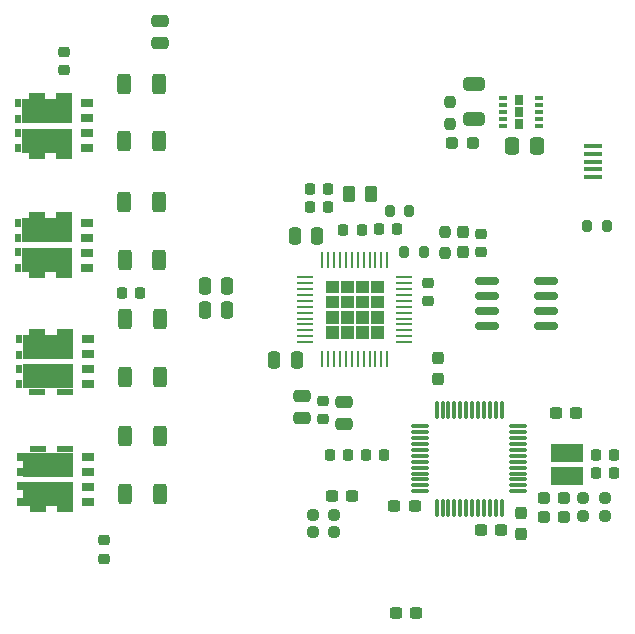
<source format=gbr>
%TF.GenerationSoftware,KiCad,Pcbnew,8.0.6*%
%TF.CreationDate,2025-12-29T11:58:40+02:00*%
%TF.ProjectId,TMCM_1260_alternative,544d434d-5f31-4323-9630-5f616c746572,rev?*%
%TF.SameCoordinates,Original*%
%TF.FileFunction,Paste,Top*%
%TF.FilePolarity,Positive*%
%FSLAX46Y46*%
G04 Gerber Fmt 4.6, Leading zero omitted, Abs format (unit mm)*
G04 Created by KiCad (PCBNEW 8.0.6) date 2025-12-29 11:58:40*
%MOMM*%
%LPD*%
G01*
G04 APERTURE LIST*
G04 Aperture macros list*
%AMRoundRect*
0 Rectangle with rounded corners*
0 $1 Rounding radius*
0 $2 $3 $4 $5 $6 $7 $8 $9 X,Y pos of 4 corners*
0 Add a 4 corners polygon primitive as box body*
4,1,4,$2,$3,$4,$5,$6,$7,$8,$9,$2,$3,0*
0 Add four circle primitives for the rounded corners*
1,1,$1+$1,$2,$3*
1,1,$1+$1,$4,$5*
1,1,$1+$1,$6,$7*
1,1,$1+$1,$8,$9*
0 Add four rect primitives between the rounded corners*
20,1,$1+$1,$2,$3,$4,$5,0*
20,1,$1+$1,$4,$5,$6,$7,0*
20,1,$1+$1,$6,$7,$8,$9,0*
20,1,$1+$1,$8,$9,$2,$3,0*%
G04 Aperture macros list end*
%ADD10C,0.000000*%
%ADD11RoundRect,0.250000X0.250000X0.475000X-0.250000X0.475000X-0.250000X-0.475000X0.250000X-0.475000X0*%
%ADD12RoundRect,0.237500X0.237500X-0.300000X0.237500X0.300000X-0.237500X0.300000X-0.237500X-0.300000X0*%
%ADD13R,2.700000X1.500000*%
%ADD14RoundRect,0.250000X0.312500X0.625000X-0.312500X0.625000X-0.312500X-0.625000X0.312500X-0.625000X0*%
%ADD15RoundRect,0.237500X0.250000X0.237500X-0.250000X0.237500X-0.250000X-0.237500X0.250000X-0.237500X0*%
%ADD16RoundRect,0.225000X-0.225000X-0.250000X0.225000X-0.250000X0.225000X0.250000X-0.225000X0.250000X0*%
%ADD17RoundRect,0.237500X-0.237500X0.300000X-0.237500X-0.300000X0.237500X-0.300000X0.237500X0.300000X0*%
%ADD18RoundRect,0.237500X-0.287500X-0.237500X0.287500X-0.237500X0.287500X0.237500X-0.287500X0.237500X0*%
%ADD19RoundRect,0.225000X0.250000X-0.225000X0.250000X0.225000X-0.250000X0.225000X-0.250000X-0.225000X0*%
%ADD20R,1.500000X0.450000*%
%ADD21R,4.280000X2.080000*%
%ADD22R,1.400000X0.495000*%
%ADD23R,0.560000X0.750000*%
%ADD24R,1.000000X0.750000*%
%ADD25RoundRect,0.225000X-0.250000X0.225000X-0.250000X-0.225000X0.250000X-0.225000X0.250000X0.225000X0*%
%ADD26RoundRect,0.237500X-0.300000X-0.237500X0.300000X-0.237500X0.300000X0.237500X-0.300000X0.237500X0*%
%ADD27RoundRect,0.250000X0.475000X-0.250000X0.475000X0.250000X-0.475000X0.250000X-0.475000X-0.250000X0*%
%ADD28RoundRect,0.250000X0.650000X-0.325000X0.650000X0.325000X-0.650000X0.325000X-0.650000X-0.325000X0*%
%ADD29RoundRect,0.237500X0.300000X0.237500X-0.300000X0.237500X-0.300000X-0.237500X0.300000X-0.237500X0*%
%ADD30RoundRect,0.150000X-0.825000X-0.150000X0.825000X-0.150000X0.825000X0.150000X-0.825000X0.150000X0*%
%ADD31RoundRect,0.075000X0.662500X0.075000X-0.662500X0.075000X-0.662500X-0.075000X0.662500X-0.075000X0*%
%ADD32RoundRect,0.075000X0.075000X0.662500X-0.075000X0.662500X-0.075000X-0.662500X0.075000X-0.662500X0*%
%ADD33RoundRect,0.237500X0.237500X-0.250000X0.237500X0.250000X-0.237500X0.250000X-0.237500X-0.250000X0*%
%ADD34R,0.750001X0.399999*%
%ADD35RoundRect,0.225000X0.225000X0.250000X-0.225000X0.250000X-0.225000X-0.250000X0.225000X-0.250000X0*%
%ADD36RoundRect,0.250000X0.337500X0.475000X-0.337500X0.475000X-0.337500X-0.475000X0.337500X-0.475000X0*%
%ADD37RoundRect,0.237500X0.287500X0.237500X-0.287500X0.237500X-0.287500X-0.237500X0.287500X-0.237500X0*%
%ADD38RoundRect,0.200000X0.200000X0.275000X-0.200000X0.275000X-0.200000X-0.275000X0.200000X-0.275000X0*%
%ADD39RoundRect,0.200000X-0.200000X-0.275000X0.200000X-0.275000X0.200000X0.275000X-0.200000X0.275000X0*%
%ADD40RoundRect,0.250000X-0.475000X0.250000X-0.475000X-0.250000X0.475000X-0.250000X0.475000X0.250000X0*%
%ADD41RoundRect,0.250000X-0.262500X-0.450000X0.262500X-0.450000X0.262500X0.450000X-0.262500X0.450000X0*%
%ADD42RoundRect,0.237500X-0.250000X-0.237500X0.250000X-0.237500X0.250000X0.237500X-0.250000X0.237500X0*%
%ADD43R,0.279400X1.346200*%
%ADD44R,1.346200X0.279400*%
G04 APERTURE END LIST*
D10*
%TO.C,U1*%
G36*
X121060059Y-83856441D02*
G01*
X121069251Y-83859230D01*
X121077722Y-83863759D01*
X121085146Y-83869852D01*
X121091240Y-83877277D01*
X121095769Y-83885748D01*
X121098558Y-83894940D01*
X121099500Y-83904501D01*
X121099500Y-84639500D01*
X121098558Y-84649061D01*
X121095769Y-84658253D01*
X121091240Y-84666724D01*
X121085146Y-84674149D01*
X121077722Y-84680242D01*
X121069251Y-84684771D01*
X121060059Y-84687560D01*
X121050498Y-84688500D01*
X120448498Y-84688500D01*
X120438937Y-84687560D01*
X120429745Y-84684771D01*
X120421274Y-84680242D01*
X120413850Y-84674149D01*
X120407756Y-84666724D01*
X120403227Y-84658253D01*
X120400439Y-84649061D01*
X120399499Y-84639500D01*
X120399499Y-83904501D01*
X120400439Y-83894940D01*
X120403227Y-83885748D01*
X120407756Y-83877277D01*
X120413850Y-83869852D01*
X120421274Y-83863759D01*
X120429745Y-83859230D01*
X120438937Y-83856441D01*
X120448498Y-83855499D01*
X121050498Y-83855499D01*
X121060059Y-83856441D01*
G37*
G36*
X121060059Y-82826441D02*
G01*
X121069251Y-82829230D01*
X121077722Y-82833758D01*
X121085146Y-82839852D01*
X121091240Y-82847276D01*
X121095769Y-82855747D01*
X121098558Y-82864940D01*
X121099500Y-82874500D01*
X121099500Y-83609500D01*
X121098558Y-83619060D01*
X121095769Y-83628253D01*
X121091240Y-83636724D01*
X121085146Y-83644148D01*
X121077722Y-83650242D01*
X121069251Y-83654770D01*
X121060059Y-83657559D01*
X121050498Y-83658499D01*
X120448498Y-83658499D01*
X120438937Y-83657559D01*
X120429745Y-83654770D01*
X120421274Y-83650242D01*
X120413850Y-83644148D01*
X120407756Y-83636724D01*
X120403227Y-83628253D01*
X120400439Y-83619060D01*
X120399499Y-83609500D01*
X120399499Y-82874500D01*
X120400439Y-82864940D01*
X120403227Y-82855747D01*
X120407756Y-82847276D01*
X120413850Y-82839852D01*
X120421274Y-82833758D01*
X120429745Y-82829230D01*
X120438937Y-82826441D01*
X120448498Y-82825501D01*
X121050498Y-82825501D01*
X121060059Y-82826441D01*
G37*
G36*
X121060059Y-81796440D02*
G01*
X121069251Y-81799229D01*
X121077722Y-81803758D01*
X121085146Y-81809851D01*
X121091240Y-81817276D01*
X121095769Y-81825747D01*
X121098558Y-81834939D01*
X121099500Y-81844500D01*
X121099500Y-82579499D01*
X121098558Y-82589060D01*
X121095769Y-82598252D01*
X121091240Y-82606723D01*
X121085146Y-82614148D01*
X121077722Y-82620241D01*
X121069251Y-82624770D01*
X121060059Y-82627559D01*
X121050498Y-82628501D01*
X120448498Y-82628501D01*
X120438937Y-82627559D01*
X120429745Y-82624770D01*
X120421274Y-82620241D01*
X120413850Y-82614148D01*
X120407756Y-82606723D01*
X120403227Y-82598252D01*
X120400439Y-82589060D01*
X120399499Y-82579499D01*
X120399499Y-81844500D01*
X120400439Y-81834939D01*
X120403227Y-81825747D01*
X120407756Y-81817276D01*
X120413850Y-81809851D01*
X120421274Y-81803758D01*
X120429745Y-81799229D01*
X120438937Y-81796440D01*
X120448498Y-81795500D01*
X121050498Y-81795500D01*
X121060059Y-81796440D01*
G37*
%TO.C,U4*%
G36*
X105474150Y-98622441D02*
G01*
X104397800Y-98622441D01*
X104397800Y-97546091D01*
X105474150Y-97546091D01*
X105474150Y-98622441D01*
G37*
G36*
X105474150Y-99898791D02*
G01*
X104397800Y-99898791D01*
X104397800Y-98822441D01*
X105474150Y-98822441D01*
X105474150Y-99898791D01*
G37*
G36*
X105474150Y-101175141D02*
G01*
X104397800Y-101175141D01*
X104397800Y-100098791D01*
X105474150Y-100098791D01*
X105474150Y-101175141D01*
G37*
G36*
X105474150Y-102451491D02*
G01*
X104397800Y-102451491D01*
X104397800Y-101375141D01*
X105474150Y-101375141D01*
X105474150Y-102451491D01*
G37*
G36*
X106750500Y-98622441D02*
G01*
X105674150Y-98622441D01*
X105674150Y-97546091D01*
X106750500Y-97546091D01*
X106750500Y-98622441D01*
G37*
G36*
X106750500Y-99898791D02*
G01*
X105674150Y-99898791D01*
X105674150Y-98822441D01*
X106750500Y-98822441D01*
X106750500Y-99898791D01*
G37*
G36*
X106750500Y-101175141D02*
G01*
X105674150Y-101175141D01*
X105674150Y-100098791D01*
X106750500Y-100098791D01*
X106750500Y-101175141D01*
G37*
G36*
X106750500Y-102451491D02*
G01*
X105674150Y-102451491D01*
X105674150Y-101375141D01*
X106750500Y-101375141D01*
X106750500Y-102451491D01*
G37*
G36*
X108026850Y-98622441D02*
G01*
X106950500Y-98622441D01*
X106950500Y-97546091D01*
X108026850Y-97546091D01*
X108026850Y-98622441D01*
G37*
G36*
X108026850Y-99898791D02*
G01*
X106950500Y-99898791D01*
X106950500Y-98822441D01*
X108026850Y-98822441D01*
X108026850Y-99898791D01*
G37*
G36*
X108026850Y-101175141D02*
G01*
X106950500Y-101175141D01*
X106950500Y-100098791D01*
X108026850Y-100098791D01*
X108026850Y-101175141D01*
G37*
G36*
X108026850Y-102451491D02*
G01*
X106950500Y-102451491D01*
X106950500Y-101375141D01*
X108026850Y-101375141D01*
X108026850Y-102451491D01*
G37*
G36*
X109303200Y-98622441D02*
G01*
X108226850Y-98622441D01*
X108226850Y-97546091D01*
X109303200Y-97546091D01*
X109303200Y-98622441D01*
G37*
G36*
X109303200Y-99898791D02*
G01*
X108226850Y-99898791D01*
X108226850Y-98822441D01*
X109303200Y-98822441D01*
X109303200Y-99898791D01*
G37*
G36*
X109303200Y-101175141D02*
G01*
X108226850Y-101175141D01*
X108226850Y-100098791D01*
X109303200Y-100098791D01*
X109303200Y-101175141D01*
G37*
G36*
X109303200Y-102451491D02*
G01*
X108226850Y-102451491D01*
X108226850Y-101375141D01*
X109303200Y-101375141D01*
X109303200Y-102451491D01*
G37*
%TD*%
D11*
%TO.C,C15*%
X103693000Y-93776800D03*
X101793000Y-93776800D03*
%TD*%
D12*
%TO.C,C8*%
X115976400Y-95147300D03*
X115976400Y-93422300D03*
%TD*%
D13*
%TO.C,Y1*%
X124790200Y-114041000D03*
X124790200Y-112141000D03*
%TD*%
D14*
%TO.C,R10*%
X90337100Y-105714800D03*
X87412100Y-105714800D03*
%TD*%
D15*
%TO.C,R34*%
X105130600Y-118846600D03*
X103305600Y-118846600D03*
%TD*%
D16*
%TO.C,C29*%
X108864000Y-93192200D03*
X110414000Y-93192200D03*
%TD*%
%TO.C,C19*%
X87109000Y-98628200D03*
X88659000Y-98628200D03*
%TD*%
D17*
%TO.C,C37*%
X120904000Y-117247500D03*
X120904000Y-118972500D03*
%TD*%
D18*
%TO.C,D2*%
X122834400Y-117551200D03*
X124584400Y-117551200D03*
%TD*%
D19*
%TO.C,C20*%
X82245200Y-79743600D03*
X82245200Y-78193600D03*
%TD*%
D15*
%TO.C,R35*%
X105105200Y-117348000D03*
X103280200Y-117348000D03*
%TD*%
D20*
%TO.C,J5*%
X127021400Y-88758200D03*
X127021400Y-88108200D03*
X127021400Y-87458200D03*
X127021400Y-86808200D03*
X127021400Y-86158200D03*
%TD*%
D21*
%TO.C,Q1*%
X80911600Y-115595600D03*
X80911600Y-113115600D03*
D22*
X80051600Y-111828600D03*
X82351600Y-111828600D03*
X82351600Y-116882600D03*
X80051600Y-116882600D03*
D23*
X78491600Y-116260600D03*
X78491600Y-114930600D03*
X78491600Y-113780600D03*
X78491600Y-112450600D03*
D24*
X84300600Y-112450600D03*
X84300600Y-113720600D03*
X84300600Y-114990600D03*
X84300600Y-116260600D03*
%TD*%
D25*
%TO.C,C17*%
X85623400Y-121069400D03*
X85623400Y-119519400D03*
%TD*%
D16*
%TO.C,C16*%
X107784600Y-112344200D03*
X109334600Y-112344200D03*
%TD*%
D26*
%TO.C,C38*%
X104928500Y-115798600D03*
X106653500Y-115798600D03*
%TD*%
%TO.C,C4*%
X110312200Y-125704600D03*
X112037200Y-125704600D03*
%TD*%
D11*
%TO.C,C13*%
X96073000Y-97993200D03*
X94173000Y-97993200D03*
%TD*%
D27*
%TO.C,C21*%
X90347800Y-77429400D03*
X90347800Y-75529400D03*
%TD*%
D18*
%TO.C,D3*%
X122834400Y-115925600D03*
X124584400Y-115925600D03*
%TD*%
D28*
%TO.C,C1*%
X116912300Y-83847200D03*
X116912300Y-80897200D03*
%TD*%
D29*
%TO.C,C10*%
X111936700Y-116611400D03*
X110211700Y-116611400D03*
%TD*%
D16*
%TO.C,C32*%
X105879600Y-93218000D03*
X107429600Y-93218000D03*
%TD*%
D30*
%TO.C,U3*%
X118073400Y-97550200D03*
X118073400Y-98820200D03*
X118073400Y-100090200D03*
X118073400Y-101360200D03*
X123023400Y-101360200D03*
X123023400Y-100090200D03*
X123023400Y-98820200D03*
X123023400Y-97550200D03*
%TD*%
D12*
%TO.C,C11*%
X113919000Y-105840700D03*
X113919000Y-104115700D03*
%TD*%
D14*
%TO.C,R9*%
X90337100Y-110718600D03*
X87412100Y-110718600D03*
%TD*%
D31*
%TO.C,U2*%
X120697700Y-115373600D03*
X120697700Y-114873600D03*
X120697700Y-114373600D03*
X120697700Y-113873600D03*
X120697700Y-113373600D03*
X120697700Y-112873600D03*
X120697700Y-112373600D03*
X120697700Y-111873600D03*
X120697700Y-111373600D03*
X120697700Y-110873600D03*
X120697700Y-110373600D03*
X120697700Y-109873600D03*
D32*
X119285200Y-108461100D03*
X118785200Y-108461100D03*
X118285200Y-108461100D03*
X117785200Y-108461100D03*
X117285200Y-108461100D03*
X116785200Y-108461100D03*
X116285200Y-108461100D03*
X115785200Y-108461100D03*
X115285200Y-108461100D03*
X114785200Y-108461100D03*
X114285200Y-108461100D03*
X113785200Y-108461100D03*
D31*
X112372700Y-109873600D03*
X112372700Y-110373600D03*
X112372700Y-110873600D03*
X112372700Y-111373600D03*
X112372700Y-111873600D03*
X112372700Y-112373600D03*
X112372700Y-112873600D03*
X112372700Y-113373600D03*
X112372700Y-113873600D03*
X112372700Y-114373600D03*
X112372700Y-114873600D03*
X112372700Y-115373600D03*
D32*
X113785200Y-116786100D03*
X114285200Y-116786100D03*
X114785200Y-116786100D03*
X115285200Y-116786100D03*
X115785200Y-116786100D03*
X116285200Y-116786100D03*
X116785200Y-116786100D03*
X117285200Y-116786100D03*
X117785200Y-116786100D03*
X118285200Y-116786100D03*
X118785200Y-116786100D03*
X119285200Y-116786100D03*
%TD*%
D14*
%TO.C,R11*%
X90337100Y-100761800D03*
X87412100Y-100761800D03*
%TD*%
D21*
%TO.C,Q3*%
X80793800Y-95765800D03*
X80793800Y-93285800D03*
D22*
X79933800Y-91998800D03*
X82233800Y-91998800D03*
X82233800Y-97052800D03*
X79933800Y-97052800D03*
D23*
X78373800Y-96430800D03*
X78373800Y-95100800D03*
X78373800Y-93950800D03*
X78373800Y-92620800D03*
D24*
X84182800Y-92620800D03*
X84182800Y-93890800D03*
X84182800Y-95160800D03*
X84182800Y-96430800D03*
%TD*%
D16*
%TO.C,C30*%
X103060200Y-89814400D03*
X104610200Y-89814400D03*
%TD*%
D14*
%TO.C,R19*%
X90260900Y-90906600D03*
X87335900Y-90906600D03*
%TD*%
D21*
%TO.C,Q2*%
X80844600Y-105646400D03*
X80844600Y-103166400D03*
D22*
X79984600Y-101879400D03*
X82284600Y-101879400D03*
X82284600Y-106933400D03*
X79984600Y-106933400D03*
D23*
X78424600Y-106311400D03*
X78424600Y-104981400D03*
X78424600Y-103831400D03*
X78424600Y-102501400D03*
D24*
X84233600Y-102501400D03*
X84233600Y-103771400D03*
X84233600Y-105041400D03*
X84233600Y-106311400D03*
%TD*%
D33*
%TO.C,R1*%
X114931100Y-84249900D03*
X114931100Y-82424900D03*
%TD*%
%TO.C,R5*%
X114503200Y-95222700D03*
X114503200Y-93397700D03*
%TD*%
D29*
%TO.C,C7*%
X119251900Y-118643400D03*
X117526900Y-118643400D03*
%TD*%
D34*
%TO.C,U1*%
X122449500Y-82042000D03*
X122449500Y-82642001D03*
X122449500Y-83242003D03*
X122449500Y-83842001D03*
X122449500Y-84442003D03*
X119399498Y-84442003D03*
X119399498Y-83842001D03*
X119399498Y-83242003D03*
X119399498Y-82642001D03*
X119399498Y-82042000D03*
%TD*%
D19*
%TO.C,C9*%
X117525800Y-95136000D03*
X117525800Y-93586000D03*
%TD*%
D26*
%TO.C,C2*%
X123852600Y-108762800D03*
X125577600Y-108762800D03*
%TD*%
D35*
%TO.C,C31*%
X104610200Y-91338400D03*
X103060200Y-91338400D03*
%TD*%
D36*
%TO.C,C3*%
X122267800Y-86182200D03*
X120192800Y-86182200D03*
%TD*%
D37*
%TO.C,D1*%
X116847500Y-85902800D03*
X115097500Y-85902800D03*
%TD*%
D11*
%TO.C,C12*%
X96073000Y-99999800D03*
X94173000Y-99999800D03*
%TD*%
D38*
%TO.C,R24*%
X111480000Y-91668200D03*
X109830000Y-91668200D03*
%TD*%
D21*
%TO.C,Q4*%
X80793800Y-85682000D03*
X80793800Y-83202000D03*
D22*
X79933800Y-81915000D03*
X82233800Y-81915000D03*
X82233800Y-86969000D03*
X79933800Y-86969000D03*
D23*
X78373800Y-86347000D03*
X78373800Y-85017000D03*
X78373800Y-83867000D03*
X78373800Y-82537000D03*
D24*
X84182800Y-82537000D03*
X84182800Y-83807000D03*
X84182800Y-85077000D03*
X84182800Y-86347000D03*
%TD*%
D39*
%TO.C,R39*%
X126517400Y-92887800D03*
X128167400Y-92887800D03*
%TD*%
D14*
%TO.C,R8*%
X90337100Y-115620800D03*
X87412100Y-115620800D03*
%TD*%
D11*
%TO.C,C14*%
X101940400Y-104267000D03*
X100040400Y-104267000D03*
%TD*%
D38*
%TO.C,R27*%
X112686600Y-95123000D03*
X111036600Y-95123000D03*
%TD*%
D25*
%TO.C,C26*%
X104165400Y-107698200D03*
X104165400Y-109248200D03*
%TD*%
D19*
%TO.C,C33*%
X113030000Y-99250800D03*
X113030000Y-97700800D03*
%TD*%
D40*
%TO.C,C27*%
X105943400Y-107812800D03*
X105943400Y-109712800D03*
%TD*%
D14*
%TO.C,R18*%
X90286300Y-95783400D03*
X87361300Y-95783400D03*
%TD*%
D41*
%TO.C,R25*%
X106377100Y-90246200D03*
X108202100Y-90246200D03*
%TD*%
D14*
%TO.C,R21*%
X90235500Y-80899000D03*
X87310500Y-80899000D03*
%TD*%
D42*
%TO.C,R2*%
X126184600Y-117500400D03*
X128009600Y-117500400D03*
%TD*%
D16*
%TO.C,C6*%
X127279400Y-112293400D03*
X128829400Y-112293400D03*
%TD*%
%TO.C,C5*%
X127279400Y-113842800D03*
X128829400Y-113842800D03*
%TD*%
D15*
%TO.C,R3*%
X128009600Y-115976400D03*
X126184600Y-115976400D03*
%TD*%
D14*
%TO.C,R20*%
X90260900Y-85725000D03*
X87335900Y-85725000D03*
%TD*%
D43*
%TO.C,U4*%
X104100500Y-104177091D03*
X104600499Y-104177091D03*
X105100501Y-104177091D03*
X105600500Y-104177091D03*
X106100499Y-104177091D03*
X106600500Y-104177091D03*
X107100500Y-104177091D03*
X107600501Y-104177091D03*
X108100500Y-104177091D03*
X108600499Y-104177091D03*
X109100501Y-104177091D03*
X109600500Y-104177091D03*
D44*
X111028800Y-102748791D03*
X111028800Y-102248792D03*
X111028800Y-101748790D03*
X111028800Y-101248791D03*
X111028800Y-100748792D03*
X111028800Y-100248791D03*
X111028800Y-99748791D03*
X111028800Y-99248790D03*
X111028800Y-98748791D03*
X111028800Y-98248792D03*
X111028800Y-97748790D03*
X111028800Y-97248791D03*
D43*
X109600500Y-95820491D03*
X109100501Y-95820491D03*
X108600499Y-95820491D03*
X108100500Y-95820491D03*
X107600501Y-95820491D03*
X107100500Y-95820491D03*
X106600500Y-95820491D03*
X106100499Y-95820491D03*
X105600500Y-95820491D03*
X105100501Y-95820491D03*
X104600499Y-95820491D03*
X104100500Y-95820491D03*
D44*
X102672200Y-97248791D03*
X102672200Y-97748790D03*
X102672200Y-98248792D03*
X102672200Y-98748791D03*
X102672200Y-99248790D03*
X102672200Y-99748791D03*
X102672200Y-100248791D03*
X102672200Y-100748792D03*
X102672200Y-101248791D03*
X102672200Y-101748790D03*
X102672200Y-102248792D03*
X102672200Y-102748791D03*
%TD*%
D35*
%TO.C,C25*%
X106312000Y-112344200D03*
X104762000Y-112344200D03*
%TD*%
D40*
%TO.C,C28*%
X102362000Y-107294600D03*
X102362000Y-109194600D03*
%TD*%
M02*

</source>
